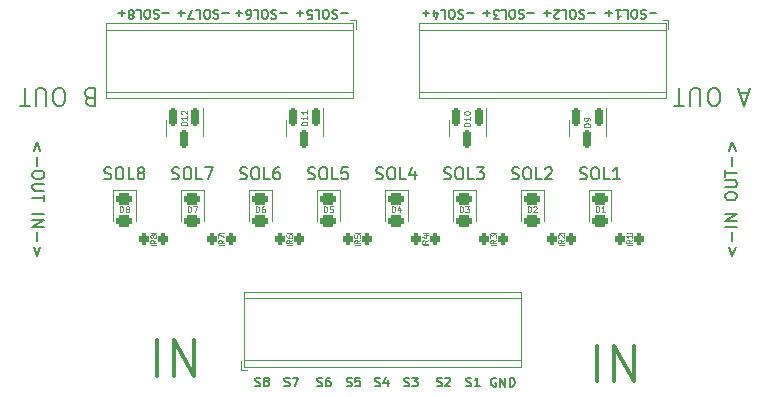
<source format=gto>
G04 #@! TF.GenerationSoftware,KiCad,Pcbnew,(6.0.7)*
G04 #@! TF.CreationDate,2023-06-30T10:05:50-07:00*
G04 #@! TF.ProjectId,Solenoid Board Ground Systems,536f6c65-6e6f-4696-9420-426f61726420,rev?*
G04 #@! TF.SameCoordinates,Original*
G04 #@! TF.FileFunction,Legend,Top*
G04 #@! TF.FilePolarity,Positive*
%FSLAX46Y46*%
G04 Gerber Fmt 4.6, Leading zero omitted, Abs format (unit mm)*
G04 Created by KiCad (PCBNEW (6.0.7)) date 2023-06-30 10:05:50*
%MOMM*%
%LPD*%
G01*
G04 APERTURE LIST*
G04 Aperture macros list*
%AMRoundRect*
0 Rectangle with rounded corners*
0 $1 Rounding radius*
0 $2 $3 $4 $5 $6 $7 $8 $9 X,Y pos of 4 corners*
0 Add a 4 corners polygon primitive as box body*
4,1,4,$2,$3,$4,$5,$6,$7,$8,$9,$2,$3,0*
0 Add four circle primitives for the rounded corners*
1,1,$1+$1,$2,$3*
1,1,$1+$1,$4,$5*
1,1,$1+$1,$6,$7*
1,1,$1+$1,$8,$9*
0 Add four rect primitives between the rounded corners*
20,1,$1+$1,$2,$3,$4,$5,0*
20,1,$1+$1,$4,$5,$6,$7,0*
20,1,$1+$1,$6,$7,$8,$9,0*
20,1,$1+$1,$8,$9,$2,$3,0*%
G04 Aperture macros list end*
%ADD10C,0.150000*%
%ADD11C,0.200000*%
%ADD12C,0.300000*%
%ADD13C,0.100000*%
%ADD14C,0.120000*%
%ADD15RoundRect,0.243750X-0.456250X0.243750X-0.456250X-0.243750X0.456250X-0.243750X0.456250X0.243750X0*%
%ADD16RoundRect,0.200000X-0.200000X-0.275000X0.200000X-0.275000X0.200000X0.275000X-0.200000X0.275000X0*%
%ADD17R,2.200000X2.200000*%
%ADD18C,2.200000*%
%ADD19C,5.600000*%
%ADD20C,3.600000*%
%ADD21RoundRect,0.150000X-0.150000X0.587500X-0.150000X-0.587500X0.150000X-0.587500X0.150000X0.587500X0*%
G04 APERTURE END LIST*
D10*
X48688571Y-58028571D02*
X48795714Y-58064285D01*
X48974285Y-58064285D01*
X49045714Y-58028571D01*
X49081428Y-57992857D01*
X49117142Y-57921428D01*
X49117142Y-57850000D01*
X49081428Y-57778571D01*
X49045714Y-57742857D01*
X48974285Y-57707142D01*
X48831428Y-57671428D01*
X48760000Y-57635714D01*
X48724285Y-57600000D01*
X48688571Y-57528571D01*
X48688571Y-57457142D01*
X48724285Y-57385714D01*
X48760000Y-57350000D01*
X48831428Y-57314285D01*
X49010000Y-57314285D01*
X49117142Y-57350000D01*
X49367142Y-57314285D02*
X49867142Y-57314285D01*
X49545714Y-58064285D01*
X86323714Y-46247619D02*
X86609428Y-47009523D01*
X86895142Y-46247619D01*
X86609428Y-45771428D02*
X86609428Y-45009523D01*
X86990380Y-44533333D02*
X85990380Y-44533333D01*
X86990380Y-44057142D02*
X85990380Y-44057142D01*
X86990380Y-43485714D01*
X85990380Y-43485714D01*
X85990380Y-42057142D02*
X85990380Y-41866666D01*
X86038000Y-41771428D01*
X86133238Y-41676190D01*
X86323714Y-41628571D01*
X86657047Y-41628571D01*
X86847523Y-41676190D01*
X86942761Y-41771428D01*
X86990380Y-41866666D01*
X86990380Y-42057142D01*
X86942761Y-42152380D01*
X86847523Y-42247619D01*
X86657047Y-42295238D01*
X86323714Y-42295238D01*
X86133238Y-42247619D01*
X86038000Y-42152380D01*
X85990380Y-42057142D01*
X85990380Y-41200000D02*
X86799904Y-41200000D01*
X86895142Y-41152380D01*
X86942761Y-41104761D01*
X86990380Y-41009523D01*
X86990380Y-40819047D01*
X86942761Y-40723809D01*
X86895142Y-40676190D01*
X86799904Y-40628571D01*
X85990380Y-40628571D01*
X85990380Y-40295238D02*
X85990380Y-39723809D01*
X86990380Y-40009523D02*
X85990380Y-40009523D01*
X86609428Y-39390476D02*
X86609428Y-38628571D01*
X86323714Y-38152380D02*
X86609428Y-37390476D01*
X86895142Y-38152380D01*
X67955949Y-40479761D02*
X68098806Y-40527380D01*
X68336902Y-40527380D01*
X68432140Y-40479761D01*
X68479759Y-40432142D01*
X68527378Y-40336904D01*
X68527378Y-40241666D01*
X68479759Y-40146428D01*
X68432140Y-40098809D01*
X68336902Y-40051190D01*
X68146426Y-40003571D01*
X68051187Y-39955952D01*
X68003568Y-39908333D01*
X67955949Y-39813095D01*
X67955949Y-39717857D01*
X68003568Y-39622619D01*
X68051187Y-39575000D01*
X68146426Y-39527380D01*
X68384521Y-39527380D01*
X68527378Y-39575000D01*
X69146426Y-39527380D02*
X69336902Y-39527380D01*
X69432140Y-39575000D01*
X69527378Y-39670238D01*
X69574997Y-39860714D01*
X69574997Y-40194047D01*
X69527378Y-40384523D01*
X69432140Y-40479761D01*
X69336902Y-40527380D01*
X69146426Y-40527380D01*
X69051187Y-40479761D01*
X68955949Y-40384523D01*
X68908330Y-40194047D01*
X68908330Y-39860714D01*
X68955949Y-39670238D01*
X69051187Y-39575000D01*
X69146426Y-39527380D01*
X70479759Y-40527380D02*
X70003568Y-40527380D01*
X70003568Y-39527380D01*
X70765473Y-39622619D02*
X70813092Y-39575000D01*
X70908330Y-39527380D01*
X71146426Y-39527380D01*
X71241664Y-39575000D01*
X71289283Y-39622619D01*
X71336902Y-39717857D01*
X71336902Y-39813095D01*
X71289283Y-39955952D01*
X70717854Y-40527380D01*
X71336902Y-40527380D01*
X50695236Y-40479761D02*
X50838093Y-40527380D01*
X51076189Y-40527380D01*
X51171427Y-40479761D01*
X51219046Y-40432142D01*
X51266665Y-40336904D01*
X51266665Y-40241666D01*
X51219046Y-40146428D01*
X51171427Y-40098809D01*
X51076189Y-40051190D01*
X50885713Y-40003571D01*
X50790474Y-39955952D01*
X50742855Y-39908333D01*
X50695236Y-39813095D01*
X50695236Y-39717857D01*
X50742855Y-39622619D01*
X50790474Y-39575000D01*
X50885713Y-39527380D01*
X51123808Y-39527380D01*
X51266665Y-39575000D01*
X51885713Y-39527380D02*
X52076189Y-39527380D01*
X52171427Y-39575000D01*
X52266665Y-39670238D01*
X52314284Y-39860714D01*
X52314284Y-40194047D01*
X52266665Y-40384523D01*
X52171427Y-40479761D01*
X52076189Y-40527380D01*
X51885713Y-40527380D01*
X51790474Y-40479761D01*
X51695236Y-40384523D01*
X51647617Y-40194047D01*
X51647617Y-39860714D01*
X51695236Y-39670238D01*
X51790474Y-39575000D01*
X51885713Y-39527380D01*
X53219046Y-40527380D02*
X52742855Y-40527380D01*
X52742855Y-39527380D01*
X54028570Y-39527380D02*
X53552379Y-39527380D01*
X53504760Y-40003571D01*
X53552379Y-39955952D01*
X53647617Y-39908333D01*
X53885713Y-39908333D01*
X53980951Y-39955952D01*
X54028570Y-40003571D01*
X54076189Y-40098809D01*
X54076189Y-40336904D01*
X54028570Y-40432142D01*
X53980951Y-40479761D01*
X53885713Y-40527380D01*
X53647617Y-40527380D01*
X53552379Y-40479761D01*
X53504760Y-40432142D01*
X73709523Y-40479761D02*
X73852380Y-40527380D01*
X74090476Y-40527380D01*
X74185714Y-40479761D01*
X74233333Y-40432142D01*
X74280952Y-40336904D01*
X74280952Y-40241666D01*
X74233333Y-40146428D01*
X74185714Y-40098809D01*
X74090476Y-40051190D01*
X73900000Y-40003571D01*
X73804761Y-39955952D01*
X73757142Y-39908333D01*
X73709523Y-39813095D01*
X73709523Y-39717857D01*
X73757142Y-39622619D01*
X73804761Y-39575000D01*
X73900000Y-39527380D01*
X74138095Y-39527380D01*
X74280952Y-39575000D01*
X74900000Y-39527380D02*
X75090476Y-39527380D01*
X75185714Y-39575000D01*
X75280952Y-39670238D01*
X75328571Y-39860714D01*
X75328571Y-40194047D01*
X75280952Y-40384523D01*
X75185714Y-40479761D01*
X75090476Y-40527380D01*
X74900000Y-40527380D01*
X74804761Y-40479761D01*
X74709523Y-40384523D01*
X74661904Y-40194047D01*
X74661904Y-39860714D01*
X74709523Y-39670238D01*
X74804761Y-39575000D01*
X74900000Y-39527380D01*
X76233333Y-40527380D02*
X75757142Y-40527380D01*
X75757142Y-39527380D01*
X77090476Y-40527380D02*
X76519047Y-40527380D01*
X76804761Y-40527380D02*
X76804761Y-39527380D01*
X76709523Y-39670238D01*
X76614285Y-39765476D01*
X76519047Y-39813095D01*
X46208571Y-58028571D02*
X46315714Y-58064285D01*
X46494285Y-58064285D01*
X46565714Y-58028571D01*
X46601428Y-57992857D01*
X46637142Y-57921428D01*
X46637142Y-57850000D01*
X46601428Y-57778571D01*
X46565714Y-57742857D01*
X46494285Y-57707142D01*
X46351428Y-57671428D01*
X46280000Y-57635714D01*
X46244285Y-57600000D01*
X46208571Y-57528571D01*
X46208571Y-57457142D01*
X46244285Y-57385714D01*
X46280000Y-57350000D01*
X46351428Y-57314285D01*
X46530000Y-57314285D01*
X46637142Y-57350000D01*
X47065714Y-57635714D02*
X46994285Y-57600000D01*
X46958571Y-57564285D01*
X46922857Y-57492857D01*
X46922857Y-57457142D01*
X46958571Y-57385714D01*
X46994285Y-57350000D01*
X47065714Y-57314285D01*
X47208571Y-57314285D01*
X47280000Y-57350000D01*
X47315714Y-57385714D01*
X47351428Y-57457142D01*
X47351428Y-57492857D01*
X47315714Y-57564285D01*
X47280000Y-57600000D01*
X47208571Y-57635714D01*
X47065714Y-57635714D01*
X46994285Y-57671428D01*
X46958571Y-57707142D01*
X46922857Y-57778571D01*
X46922857Y-57921428D01*
X46958571Y-57992857D01*
X46994285Y-58028571D01*
X47065714Y-58064285D01*
X47208571Y-58064285D01*
X47280000Y-58028571D01*
X47315714Y-57992857D01*
X47351428Y-57921428D01*
X47351428Y-57778571D01*
X47315714Y-57707142D01*
X47280000Y-57671428D01*
X47208571Y-57635714D01*
X48880714Y-26452828D02*
X48309285Y-26452828D01*
X47987857Y-26202828D02*
X47880714Y-26167114D01*
X47702142Y-26167114D01*
X47630714Y-26202828D01*
X47595000Y-26238542D01*
X47559285Y-26309971D01*
X47559285Y-26381400D01*
X47595000Y-26452828D01*
X47630714Y-26488542D01*
X47702142Y-26524257D01*
X47845000Y-26559971D01*
X47916428Y-26595685D01*
X47952142Y-26631400D01*
X47987857Y-26702828D01*
X47987857Y-26774257D01*
X47952142Y-26845685D01*
X47916428Y-26881400D01*
X47845000Y-26917114D01*
X47666428Y-26917114D01*
X47559285Y-26881400D01*
X47095000Y-26917114D02*
X46952142Y-26917114D01*
X46880714Y-26881400D01*
X46809285Y-26809971D01*
X46773571Y-26667114D01*
X46773571Y-26417114D01*
X46809285Y-26274257D01*
X46880714Y-26202828D01*
X46952142Y-26167114D01*
X47095000Y-26167114D01*
X47166428Y-26202828D01*
X47237857Y-26274257D01*
X47273571Y-26417114D01*
X47273571Y-26667114D01*
X47237857Y-26809971D01*
X47166428Y-26881400D01*
X47095000Y-26917114D01*
X46095000Y-26167114D02*
X46452142Y-26167114D01*
X46452142Y-26917114D01*
X45523571Y-26917114D02*
X45666428Y-26917114D01*
X45737857Y-26881400D01*
X45773571Y-26845685D01*
X45845000Y-26738542D01*
X45880714Y-26595685D01*
X45880714Y-26309971D01*
X45845000Y-26238542D01*
X45809285Y-26202828D01*
X45737857Y-26167114D01*
X45595000Y-26167114D01*
X45523571Y-26202828D01*
X45487857Y-26238542D01*
X45452142Y-26309971D01*
X45452142Y-26488542D01*
X45487857Y-26559971D01*
X45523571Y-26595685D01*
X45595000Y-26631400D01*
X45737857Y-26631400D01*
X45809285Y-26595685D01*
X45845000Y-26559971D01*
X45880714Y-26488542D01*
X45130714Y-26452828D02*
X44559285Y-26452828D01*
X44845000Y-26167114D02*
X44845000Y-26738542D01*
X66598571Y-57370000D02*
X66527142Y-57334285D01*
X66420000Y-57334285D01*
X66312857Y-57370000D01*
X66241428Y-57441428D01*
X66205714Y-57512857D01*
X66170000Y-57655714D01*
X66170000Y-57762857D01*
X66205714Y-57905714D01*
X66241428Y-57977142D01*
X66312857Y-58048571D01*
X66420000Y-58084285D01*
X66491428Y-58084285D01*
X66598571Y-58048571D01*
X66634285Y-58012857D01*
X66634285Y-57762857D01*
X66491428Y-57762857D01*
X66955714Y-58084285D02*
X66955714Y-57334285D01*
X67384285Y-58084285D01*
X67384285Y-57334285D01*
X67741428Y-58084285D02*
X67741428Y-57334285D01*
X67920000Y-57334285D01*
X68027142Y-57370000D01*
X68098571Y-57441428D01*
X68134285Y-57512857D01*
X68170000Y-57655714D01*
X68170000Y-57762857D01*
X68134285Y-57905714D01*
X68098571Y-57977142D01*
X68027142Y-58048571D01*
X67920000Y-58084285D01*
X67741428Y-58084285D01*
X56348571Y-58028571D02*
X56455714Y-58064285D01*
X56634285Y-58064285D01*
X56705714Y-58028571D01*
X56741428Y-57992857D01*
X56777142Y-57921428D01*
X56777142Y-57850000D01*
X56741428Y-57778571D01*
X56705714Y-57742857D01*
X56634285Y-57707142D01*
X56491428Y-57671428D01*
X56420000Y-57635714D01*
X56384285Y-57600000D01*
X56348571Y-57528571D01*
X56348571Y-57457142D01*
X56384285Y-57385714D01*
X56420000Y-57350000D01*
X56491428Y-57314285D01*
X56670000Y-57314285D01*
X56777142Y-57350000D01*
X57420000Y-57564285D02*
X57420000Y-58064285D01*
X57241428Y-57278571D02*
X57062857Y-57814285D01*
X57527142Y-57814285D01*
X53938571Y-58028571D02*
X54045714Y-58064285D01*
X54224285Y-58064285D01*
X54295714Y-58028571D01*
X54331428Y-57992857D01*
X54367142Y-57921428D01*
X54367142Y-57850000D01*
X54331428Y-57778571D01*
X54295714Y-57742857D01*
X54224285Y-57707142D01*
X54081428Y-57671428D01*
X54010000Y-57635714D01*
X53974285Y-57600000D01*
X53938571Y-57528571D01*
X53938571Y-57457142D01*
X53974285Y-57385714D01*
X54010000Y-57350000D01*
X54081428Y-57314285D01*
X54260000Y-57314285D01*
X54367142Y-57350000D01*
X55045714Y-57314285D02*
X54688571Y-57314285D01*
X54652857Y-57671428D01*
X54688571Y-57635714D01*
X54760000Y-57600000D01*
X54938571Y-57600000D01*
X55010000Y-57635714D01*
X55045714Y-57671428D01*
X55081428Y-57742857D01*
X55081428Y-57921428D01*
X55045714Y-57992857D01*
X55010000Y-58028571D01*
X54938571Y-58064285D01*
X54760000Y-58064285D01*
X54688571Y-58028571D01*
X54652857Y-57992857D01*
X43990714Y-26452828D02*
X43419285Y-26452828D01*
X43097857Y-26202828D02*
X42990714Y-26167114D01*
X42812142Y-26167114D01*
X42740714Y-26202828D01*
X42705000Y-26238542D01*
X42669285Y-26309971D01*
X42669285Y-26381400D01*
X42705000Y-26452828D01*
X42740714Y-26488542D01*
X42812142Y-26524257D01*
X42955000Y-26559971D01*
X43026428Y-26595685D01*
X43062142Y-26631400D01*
X43097857Y-26702828D01*
X43097857Y-26774257D01*
X43062142Y-26845685D01*
X43026428Y-26881400D01*
X42955000Y-26917114D01*
X42776428Y-26917114D01*
X42669285Y-26881400D01*
X42205000Y-26917114D02*
X42062142Y-26917114D01*
X41990714Y-26881400D01*
X41919285Y-26809971D01*
X41883571Y-26667114D01*
X41883571Y-26417114D01*
X41919285Y-26274257D01*
X41990714Y-26202828D01*
X42062142Y-26167114D01*
X42205000Y-26167114D01*
X42276428Y-26202828D01*
X42347857Y-26274257D01*
X42383571Y-26417114D01*
X42383571Y-26667114D01*
X42347857Y-26809971D01*
X42276428Y-26881400D01*
X42205000Y-26917114D01*
X41205000Y-26167114D02*
X41562142Y-26167114D01*
X41562142Y-26917114D01*
X41026428Y-26917114D02*
X40526428Y-26917114D01*
X40847857Y-26167114D01*
X40240714Y-26452828D02*
X39669285Y-26452828D01*
X39955000Y-26167114D02*
X39955000Y-26738542D01*
X80171114Y-26452828D02*
X79599685Y-26452828D01*
X79278257Y-26202828D02*
X79171114Y-26167114D01*
X78992542Y-26167114D01*
X78921114Y-26202828D01*
X78885400Y-26238542D01*
X78849685Y-26309971D01*
X78849685Y-26381400D01*
X78885400Y-26452828D01*
X78921114Y-26488542D01*
X78992542Y-26524257D01*
X79135400Y-26559971D01*
X79206828Y-26595685D01*
X79242542Y-26631400D01*
X79278257Y-26702828D01*
X79278257Y-26774257D01*
X79242542Y-26845685D01*
X79206828Y-26881400D01*
X79135400Y-26917114D01*
X78956828Y-26917114D01*
X78849685Y-26881400D01*
X78385400Y-26917114D02*
X78242542Y-26917114D01*
X78171114Y-26881400D01*
X78099685Y-26809971D01*
X78063971Y-26667114D01*
X78063971Y-26417114D01*
X78099685Y-26274257D01*
X78171114Y-26202828D01*
X78242542Y-26167114D01*
X78385400Y-26167114D01*
X78456828Y-26202828D01*
X78528257Y-26274257D01*
X78563971Y-26417114D01*
X78563971Y-26667114D01*
X78528257Y-26809971D01*
X78456828Y-26881400D01*
X78385400Y-26917114D01*
X77385400Y-26167114D02*
X77742542Y-26167114D01*
X77742542Y-26917114D01*
X76742542Y-26167114D02*
X77171114Y-26167114D01*
X76956828Y-26167114D02*
X76956828Y-26917114D01*
X77028257Y-26809971D01*
X77099685Y-26738542D01*
X77171114Y-26702828D01*
X76421114Y-26452828D02*
X75849685Y-26452828D01*
X76135400Y-26167114D02*
X76135400Y-26738542D01*
X28014285Y-38152380D02*
X27728571Y-37390476D01*
X27442857Y-38152380D01*
X27728571Y-38628571D02*
X27728571Y-39390476D01*
X28347619Y-40057142D02*
X28347619Y-40247619D01*
X28300000Y-40342857D01*
X28204761Y-40438095D01*
X28014285Y-40485714D01*
X27680952Y-40485714D01*
X27490476Y-40438095D01*
X27395238Y-40342857D01*
X27347619Y-40247619D01*
X27347619Y-40057142D01*
X27395238Y-39961904D01*
X27490476Y-39866666D01*
X27680952Y-39819047D01*
X28014285Y-39819047D01*
X28204761Y-39866666D01*
X28300000Y-39961904D01*
X28347619Y-40057142D01*
X28347619Y-40914285D02*
X27538095Y-40914285D01*
X27442857Y-40961904D01*
X27395238Y-41009523D01*
X27347619Y-41104761D01*
X27347619Y-41295238D01*
X27395238Y-41390476D01*
X27442857Y-41438095D01*
X27538095Y-41485714D01*
X28347619Y-41485714D01*
X28347619Y-41819047D02*
X28347619Y-42390476D01*
X27347619Y-42104761D02*
X28347619Y-42104761D01*
X27347619Y-43485714D02*
X28347619Y-43485714D01*
X27347619Y-43961904D02*
X28347619Y-43961904D01*
X27347619Y-44533333D01*
X28347619Y-44533333D01*
X27728571Y-45009523D02*
X27728571Y-45771428D01*
X28014285Y-46247619D02*
X27728571Y-47009523D01*
X27442857Y-46247619D01*
X58828571Y-58028571D02*
X58935714Y-58064285D01*
X59114285Y-58064285D01*
X59185714Y-58028571D01*
X59221428Y-57992857D01*
X59257142Y-57921428D01*
X59257142Y-57850000D01*
X59221428Y-57778571D01*
X59185714Y-57742857D01*
X59114285Y-57707142D01*
X58971428Y-57671428D01*
X58900000Y-57635714D01*
X58864285Y-57600000D01*
X58828571Y-57528571D01*
X58828571Y-57457142D01*
X58864285Y-57385714D01*
X58900000Y-57350000D01*
X58971428Y-57314285D01*
X59150000Y-57314285D01*
X59257142Y-57350000D01*
X59507142Y-57314285D02*
X59971428Y-57314285D01*
X59721428Y-57600000D01*
X59828571Y-57600000D01*
X59900000Y-57635714D01*
X59935714Y-57671428D01*
X59971428Y-57742857D01*
X59971428Y-57921428D01*
X59935714Y-57992857D01*
X59900000Y-58028571D01*
X59828571Y-58064285D01*
X59614285Y-58064285D01*
X59542857Y-58028571D01*
X59507142Y-57992857D01*
D11*
X32182142Y-33607142D02*
X31967857Y-33535714D01*
X31896428Y-33464285D01*
X31825000Y-33321428D01*
X31825000Y-33107142D01*
X31896428Y-32964285D01*
X31967857Y-32892857D01*
X32110714Y-32821428D01*
X32682142Y-32821428D01*
X32682142Y-34321428D01*
X32182142Y-34321428D01*
X32039285Y-34250000D01*
X31967857Y-34178571D01*
X31896428Y-34035714D01*
X31896428Y-33892857D01*
X31967857Y-33750000D01*
X32039285Y-33678571D01*
X32182142Y-33607142D01*
X32682142Y-33607142D01*
X29753571Y-34321428D02*
X29467857Y-34321428D01*
X29325000Y-34250000D01*
X29182142Y-34107142D01*
X29110714Y-33821428D01*
X29110714Y-33321428D01*
X29182142Y-33035714D01*
X29325000Y-32892857D01*
X29467857Y-32821428D01*
X29753571Y-32821428D01*
X29896428Y-32892857D01*
X30039285Y-33035714D01*
X30110714Y-33321428D01*
X30110714Y-33821428D01*
X30039285Y-34107142D01*
X29896428Y-34250000D01*
X29753571Y-34321428D01*
X28467857Y-34321428D02*
X28467857Y-33107142D01*
X28396428Y-32964285D01*
X28325000Y-32892857D01*
X28182142Y-32821428D01*
X27896428Y-32821428D01*
X27753571Y-32892857D01*
X27682142Y-32964285D01*
X27610714Y-33107142D01*
X27610714Y-34321428D01*
X27110714Y-34321428D02*
X26253571Y-34321428D01*
X26682142Y-32821428D02*
X26682142Y-34321428D01*
D10*
X33434523Y-40479761D02*
X33577380Y-40527380D01*
X33815476Y-40527380D01*
X33910714Y-40479761D01*
X33958333Y-40432142D01*
X34005952Y-40336904D01*
X34005952Y-40241666D01*
X33958333Y-40146428D01*
X33910714Y-40098809D01*
X33815476Y-40051190D01*
X33625000Y-40003571D01*
X33529761Y-39955952D01*
X33482142Y-39908333D01*
X33434523Y-39813095D01*
X33434523Y-39717857D01*
X33482142Y-39622619D01*
X33529761Y-39575000D01*
X33625000Y-39527380D01*
X33863095Y-39527380D01*
X34005952Y-39575000D01*
X34625000Y-39527380D02*
X34815476Y-39527380D01*
X34910714Y-39575000D01*
X35005952Y-39670238D01*
X35053571Y-39860714D01*
X35053571Y-40194047D01*
X35005952Y-40384523D01*
X34910714Y-40479761D01*
X34815476Y-40527380D01*
X34625000Y-40527380D01*
X34529761Y-40479761D01*
X34434523Y-40384523D01*
X34386904Y-40194047D01*
X34386904Y-39860714D01*
X34434523Y-39670238D01*
X34529761Y-39575000D01*
X34625000Y-39527380D01*
X35958333Y-40527380D02*
X35482142Y-40527380D01*
X35482142Y-39527380D01*
X36434523Y-39955952D02*
X36339285Y-39908333D01*
X36291666Y-39860714D01*
X36244047Y-39765476D01*
X36244047Y-39717857D01*
X36291666Y-39622619D01*
X36339285Y-39575000D01*
X36434523Y-39527380D01*
X36625000Y-39527380D01*
X36720238Y-39575000D01*
X36767857Y-39622619D01*
X36815476Y-39717857D01*
X36815476Y-39765476D01*
X36767857Y-39860714D01*
X36720238Y-39908333D01*
X36625000Y-39955952D01*
X36434523Y-39955952D01*
X36339285Y-40003571D01*
X36291666Y-40051190D01*
X36244047Y-40146428D01*
X36244047Y-40336904D01*
X36291666Y-40432142D01*
X36339285Y-40479761D01*
X36434523Y-40527380D01*
X36625000Y-40527380D01*
X36720238Y-40479761D01*
X36767857Y-40432142D01*
X36815476Y-40336904D01*
X36815476Y-40146428D01*
X36767857Y-40051190D01*
X36720238Y-40003571D01*
X36625000Y-39955952D01*
X38930714Y-26452828D02*
X38359285Y-26452828D01*
X38037857Y-26202828D02*
X37930714Y-26167114D01*
X37752142Y-26167114D01*
X37680714Y-26202828D01*
X37645000Y-26238542D01*
X37609285Y-26309971D01*
X37609285Y-26381400D01*
X37645000Y-26452828D01*
X37680714Y-26488542D01*
X37752142Y-26524257D01*
X37895000Y-26559971D01*
X37966428Y-26595685D01*
X38002142Y-26631400D01*
X38037857Y-26702828D01*
X38037857Y-26774257D01*
X38002142Y-26845685D01*
X37966428Y-26881400D01*
X37895000Y-26917114D01*
X37716428Y-26917114D01*
X37609285Y-26881400D01*
X37145000Y-26917114D02*
X37002142Y-26917114D01*
X36930714Y-26881400D01*
X36859285Y-26809971D01*
X36823571Y-26667114D01*
X36823571Y-26417114D01*
X36859285Y-26274257D01*
X36930714Y-26202828D01*
X37002142Y-26167114D01*
X37145000Y-26167114D01*
X37216428Y-26202828D01*
X37287857Y-26274257D01*
X37323571Y-26417114D01*
X37323571Y-26667114D01*
X37287857Y-26809971D01*
X37216428Y-26881400D01*
X37145000Y-26917114D01*
X36145000Y-26167114D02*
X36502142Y-26167114D01*
X36502142Y-26917114D01*
X35787857Y-26595685D02*
X35859285Y-26631400D01*
X35895000Y-26667114D01*
X35930714Y-26738542D01*
X35930714Y-26774257D01*
X35895000Y-26845685D01*
X35859285Y-26881400D01*
X35787857Y-26917114D01*
X35645000Y-26917114D01*
X35573571Y-26881400D01*
X35537857Y-26845685D01*
X35502142Y-26774257D01*
X35502142Y-26738542D01*
X35537857Y-26667114D01*
X35573571Y-26631400D01*
X35645000Y-26595685D01*
X35787857Y-26595685D01*
X35859285Y-26559971D01*
X35895000Y-26524257D01*
X35930714Y-26452828D01*
X35930714Y-26309971D01*
X35895000Y-26238542D01*
X35859285Y-26202828D01*
X35787857Y-26167114D01*
X35645000Y-26167114D01*
X35573571Y-26202828D01*
X35537857Y-26238542D01*
X35502142Y-26309971D01*
X35502142Y-26452828D01*
X35537857Y-26524257D01*
X35573571Y-26559971D01*
X35645000Y-26595685D01*
X35180714Y-26452828D02*
X34609285Y-26452828D01*
X34895000Y-26167114D02*
X34895000Y-26738542D01*
X39188094Y-40479761D02*
X39330951Y-40527380D01*
X39569047Y-40527380D01*
X39664285Y-40479761D01*
X39711904Y-40432142D01*
X39759523Y-40336904D01*
X39759523Y-40241666D01*
X39711904Y-40146428D01*
X39664285Y-40098809D01*
X39569047Y-40051190D01*
X39378571Y-40003571D01*
X39283332Y-39955952D01*
X39235713Y-39908333D01*
X39188094Y-39813095D01*
X39188094Y-39717857D01*
X39235713Y-39622619D01*
X39283332Y-39575000D01*
X39378571Y-39527380D01*
X39616666Y-39527380D01*
X39759523Y-39575000D01*
X40378571Y-39527380D02*
X40569047Y-39527380D01*
X40664285Y-39575000D01*
X40759523Y-39670238D01*
X40807142Y-39860714D01*
X40807142Y-40194047D01*
X40759523Y-40384523D01*
X40664285Y-40479761D01*
X40569047Y-40527380D01*
X40378571Y-40527380D01*
X40283332Y-40479761D01*
X40188094Y-40384523D01*
X40140475Y-40194047D01*
X40140475Y-39860714D01*
X40188094Y-39670238D01*
X40283332Y-39575000D01*
X40378571Y-39527380D01*
X41711904Y-40527380D02*
X41235713Y-40527380D01*
X41235713Y-39527380D01*
X41949999Y-39527380D02*
X42616666Y-39527380D01*
X42188094Y-40527380D01*
X61598571Y-58028571D02*
X61705714Y-58064285D01*
X61884285Y-58064285D01*
X61955714Y-58028571D01*
X61991428Y-57992857D01*
X62027142Y-57921428D01*
X62027142Y-57850000D01*
X61991428Y-57778571D01*
X61955714Y-57742857D01*
X61884285Y-57707142D01*
X61741428Y-57671428D01*
X61670000Y-57635714D01*
X61634285Y-57600000D01*
X61598571Y-57528571D01*
X61598571Y-57457142D01*
X61634285Y-57385714D01*
X61670000Y-57350000D01*
X61741428Y-57314285D01*
X61920000Y-57314285D01*
X62027142Y-57350000D01*
X62312857Y-57385714D02*
X62348571Y-57350000D01*
X62420000Y-57314285D01*
X62598571Y-57314285D01*
X62670000Y-57350000D01*
X62705714Y-57385714D01*
X62741428Y-57457142D01*
X62741428Y-57528571D01*
X62705714Y-57635714D01*
X62277142Y-58064285D01*
X62741428Y-58064285D01*
D12*
X75153571Y-57632142D02*
X75153571Y-54632142D01*
X76582142Y-57632142D02*
X76582142Y-54632142D01*
X78296428Y-57632142D01*
X78296428Y-54632142D01*
D10*
X51458571Y-58028571D02*
X51565714Y-58064285D01*
X51744285Y-58064285D01*
X51815714Y-58028571D01*
X51851428Y-57992857D01*
X51887142Y-57921428D01*
X51887142Y-57850000D01*
X51851428Y-57778571D01*
X51815714Y-57742857D01*
X51744285Y-57707142D01*
X51601428Y-57671428D01*
X51530000Y-57635714D01*
X51494285Y-57600000D01*
X51458571Y-57528571D01*
X51458571Y-57457142D01*
X51494285Y-57385714D01*
X51530000Y-57350000D01*
X51601428Y-57314285D01*
X51780000Y-57314285D01*
X51887142Y-57350000D01*
X52530000Y-57314285D02*
X52387142Y-57314285D01*
X52315714Y-57350000D01*
X52280000Y-57385714D01*
X52208571Y-57492857D01*
X52172857Y-57635714D01*
X52172857Y-57921428D01*
X52208571Y-57992857D01*
X52244285Y-58028571D01*
X52315714Y-58064285D01*
X52458571Y-58064285D01*
X52530000Y-58028571D01*
X52565714Y-57992857D01*
X52601428Y-57921428D01*
X52601428Y-57742857D01*
X52565714Y-57671428D01*
X52530000Y-57635714D01*
X52458571Y-57600000D01*
X52315714Y-57600000D01*
X52244285Y-57635714D01*
X52208571Y-57671428D01*
X52172857Y-57742857D01*
X62202378Y-40479761D02*
X62345235Y-40527380D01*
X62583331Y-40527380D01*
X62678569Y-40479761D01*
X62726188Y-40432142D01*
X62773807Y-40336904D01*
X62773807Y-40241666D01*
X62726188Y-40146428D01*
X62678569Y-40098809D01*
X62583331Y-40051190D01*
X62392855Y-40003571D01*
X62297616Y-39955952D01*
X62249997Y-39908333D01*
X62202378Y-39813095D01*
X62202378Y-39717857D01*
X62249997Y-39622619D01*
X62297616Y-39575000D01*
X62392855Y-39527380D01*
X62630950Y-39527380D01*
X62773807Y-39575000D01*
X63392855Y-39527380D02*
X63583331Y-39527380D01*
X63678569Y-39575000D01*
X63773807Y-39670238D01*
X63821426Y-39860714D01*
X63821426Y-40194047D01*
X63773807Y-40384523D01*
X63678569Y-40479761D01*
X63583331Y-40527380D01*
X63392855Y-40527380D01*
X63297616Y-40479761D01*
X63202378Y-40384523D01*
X63154759Y-40194047D01*
X63154759Y-39860714D01*
X63202378Y-39670238D01*
X63297616Y-39575000D01*
X63392855Y-39527380D01*
X64726188Y-40527380D02*
X64249997Y-40527380D01*
X64249997Y-39527380D01*
X64964283Y-39527380D02*
X65583331Y-39527380D01*
X65249997Y-39908333D01*
X65392855Y-39908333D01*
X65488093Y-39955952D01*
X65535712Y-40003571D01*
X65583331Y-40098809D01*
X65583331Y-40336904D01*
X65535712Y-40432142D01*
X65488093Y-40479761D01*
X65392855Y-40527380D01*
X65107140Y-40527380D01*
X65011902Y-40479761D01*
X64964283Y-40432142D01*
X74961114Y-26452828D02*
X74389685Y-26452828D01*
X74068257Y-26202828D02*
X73961114Y-26167114D01*
X73782542Y-26167114D01*
X73711114Y-26202828D01*
X73675400Y-26238542D01*
X73639685Y-26309971D01*
X73639685Y-26381400D01*
X73675400Y-26452828D01*
X73711114Y-26488542D01*
X73782542Y-26524257D01*
X73925400Y-26559971D01*
X73996828Y-26595685D01*
X74032542Y-26631400D01*
X74068257Y-26702828D01*
X74068257Y-26774257D01*
X74032542Y-26845685D01*
X73996828Y-26881400D01*
X73925400Y-26917114D01*
X73746828Y-26917114D01*
X73639685Y-26881400D01*
X73175400Y-26917114D02*
X73032542Y-26917114D01*
X72961114Y-26881400D01*
X72889685Y-26809971D01*
X72853971Y-26667114D01*
X72853971Y-26417114D01*
X72889685Y-26274257D01*
X72961114Y-26202828D01*
X73032542Y-26167114D01*
X73175400Y-26167114D01*
X73246828Y-26202828D01*
X73318257Y-26274257D01*
X73353971Y-26417114D01*
X73353971Y-26667114D01*
X73318257Y-26809971D01*
X73246828Y-26881400D01*
X73175400Y-26917114D01*
X72175400Y-26167114D02*
X72532542Y-26167114D01*
X72532542Y-26917114D01*
X71961114Y-26845685D02*
X71925400Y-26881400D01*
X71853971Y-26917114D01*
X71675400Y-26917114D01*
X71603971Y-26881400D01*
X71568257Y-26845685D01*
X71532542Y-26774257D01*
X71532542Y-26702828D01*
X71568257Y-26595685D01*
X71996828Y-26167114D01*
X71532542Y-26167114D01*
X71211114Y-26452828D02*
X70639685Y-26452828D01*
X70925400Y-26167114D02*
X70925400Y-26738542D01*
X64711114Y-26452828D02*
X64139685Y-26452828D01*
X63818257Y-26202828D02*
X63711114Y-26167114D01*
X63532542Y-26167114D01*
X63461114Y-26202828D01*
X63425400Y-26238542D01*
X63389685Y-26309971D01*
X63389685Y-26381400D01*
X63425400Y-26452828D01*
X63461114Y-26488542D01*
X63532542Y-26524257D01*
X63675400Y-26559971D01*
X63746828Y-26595685D01*
X63782542Y-26631400D01*
X63818257Y-26702828D01*
X63818257Y-26774257D01*
X63782542Y-26845685D01*
X63746828Y-26881400D01*
X63675400Y-26917114D01*
X63496828Y-26917114D01*
X63389685Y-26881400D01*
X62925400Y-26917114D02*
X62782542Y-26917114D01*
X62711114Y-26881400D01*
X62639685Y-26809971D01*
X62603971Y-26667114D01*
X62603971Y-26417114D01*
X62639685Y-26274257D01*
X62711114Y-26202828D01*
X62782542Y-26167114D01*
X62925400Y-26167114D01*
X62996828Y-26202828D01*
X63068257Y-26274257D01*
X63103971Y-26417114D01*
X63103971Y-26667114D01*
X63068257Y-26809971D01*
X62996828Y-26881400D01*
X62925400Y-26917114D01*
X61925400Y-26167114D02*
X62282542Y-26167114D01*
X62282542Y-26917114D01*
X61353971Y-26667114D02*
X61353971Y-26167114D01*
X61532542Y-26952828D02*
X61711114Y-26417114D01*
X61246828Y-26417114D01*
X60961114Y-26452828D02*
X60389685Y-26452828D01*
X60675400Y-26167114D02*
X60675400Y-26738542D01*
X44941665Y-40479761D02*
X45084522Y-40527380D01*
X45322618Y-40527380D01*
X45417856Y-40479761D01*
X45465475Y-40432142D01*
X45513094Y-40336904D01*
X45513094Y-40241666D01*
X45465475Y-40146428D01*
X45417856Y-40098809D01*
X45322618Y-40051190D01*
X45132142Y-40003571D01*
X45036903Y-39955952D01*
X44989284Y-39908333D01*
X44941665Y-39813095D01*
X44941665Y-39717857D01*
X44989284Y-39622619D01*
X45036903Y-39575000D01*
X45132142Y-39527380D01*
X45370237Y-39527380D01*
X45513094Y-39575000D01*
X46132142Y-39527380D02*
X46322618Y-39527380D01*
X46417856Y-39575000D01*
X46513094Y-39670238D01*
X46560713Y-39860714D01*
X46560713Y-40194047D01*
X46513094Y-40384523D01*
X46417856Y-40479761D01*
X46322618Y-40527380D01*
X46132142Y-40527380D01*
X46036903Y-40479761D01*
X45941665Y-40384523D01*
X45894046Y-40194047D01*
X45894046Y-39860714D01*
X45941665Y-39670238D01*
X46036903Y-39575000D01*
X46132142Y-39527380D01*
X47465475Y-40527380D02*
X46989284Y-40527380D01*
X46989284Y-39527380D01*
X48227380Y-39527380D02*
X48036903Y-39527380D01*
X47941665Y-39575000D01*
X47894046Y-39622619D01*
X47798808Y-39765476D01*
X47751189Y-39955952D01*
X47751189Y-40336904D01*
X47798808Y-40432142D01*
X47846427Y-40479761D01*
X47941665Y-40527380D01*
X48132142Y-40527380D01*
X48227380Y-40479761D01*
X48274999Y-40432142D01*
X48322618Y-40336904D01*
X48322618Y-40098809D01*
X48274999Y-40003571D01*
X48227380Y-39955952D01*
X48132142Y-39908333D01*
X47941665Y-39908333D01*
X47846427Y-39955952D01*
X47798808Y-40003571D01*
X47751189Y-40098809D01*
X56448807Y-40479761D02*
X56591664Y-40527380D01*
X56829760Y-40527380D01*
X56924998Y-40479761D01*
X56972617Y-40432142D01*
X57020236Y-40336904D01*
X57020236Y-40241666D01*
X56972617Y-40146428D01*
X56924998Y-40098809D01*
X56829760Y-40051190D01*
X56639284Y-40003571D01*
X56544045Y-39955952D01*
X56496426Y-39908333D01*
X56448807Y-39813095D01*
X56448807Y-39717857D01*
X56496426Y-39622619D01*
X56544045Y-39575000D01*
X56639284Y-39527380D01*
X56877379Y-39527380D01*
X57020236Y-39575000D01*
X57639284Y-39527380D02*
X57829760Y-39527380D01*
X57924998Y-39575000D01*
X58020236Y-39670238D01*
X58067855Y-39860714D01*
X58067855Y-40194047D01*
X58020236Y-40384523D01*
X57924998Y-40479761D01*
X57829760Y-40527380D01*
X57639284Y-40527380D01*
X57544045Y-40479761D01*
X57448807Y-40384523D01*
X57401188Y-40194047D01*
X57401188Y-39860714D01*
X57448807Y-39670238D01*
X57544045Y-39575000D01*
X57639284Y-39527380D01*
X58972617Y-40527380D02*
X58496426Y-40527380D01*
X58496426Y-39527380D01*
X59734522Y-39860714D02*
X59734522Y-40527380D01*
X59496426Y-39479761D02*
X59258331Y-40194047D01*
X59877379Y-40194047D01*
D12*
X37903571Y-57157142D02*
X37903571Y-54157142D01*
X39332142Y-57157142D02*
X39332142Y-54157142D01*
X41046428Y-57157142D01*
X41046428Y-54157142D01*
D10*
X54040714Y-26452828D02*
X53469285Y-26452828D01*
X53147857Y-26202828D02*
X53040714Y-26167114D01*
X52862142Y-26167114D01*
X52790714Y-26202828D01*
X52755000Y-26238542D01*
X52719285Y-26309971D01*
X52719285Y-26381400D01*
X52755000Y-26452828D01*
X52790714Y-26488542D01*
X52862142Y-26524257D01*
X53005000Y-26559971D01*
X53076428Y-26595685D01*
X53112142Y-26631400D01*
X53147857Y-26702828D01*
X53147857Y-26774257D01*
X53112142Y-26845685D01*
X53076428Y-26881400D01*
X53005000Y-26917114D01*
X52826428Y-26917114D01*
X52719285Y-26881400D01*
X52255000Y-26917114D02*
X52112142Y-26917114D01*
X52040714Y-26881400D01*
X51969285Y-26809971D01*
X51933571Y-26667114D01*
X51933571Y-26417114D01*
X51969285Y-26274257D01*
X52040714Y-26202828D01*
X52112142Y-26167114D01*
X52255000Y-26167114D01*
X52326428Y-26202828D01*
X52397857Y-26274257D01*
X52433571Y-26417114D01*
X52433571Y-26667114D01*
X52397857Y-26809971D01*
X52326428Y-26881400D01*
X52255000Y-26917114D01*
X51255000Y-26167114D02*
X51612142Y-26167114D01*
X51612142Y-26917114D01*
X50647857Y-26917114D02*
X51005000Y-26917114D01*
X51040714Y-26559971D01*
X51005000Y-26595685D01*
X50933571Y-26631400D01*
X50755000Y-26631400D01*
X50683571Y-26595685D01*
X50647857Y-26559971D01*
X50612142Y-26488542D01*
X50612142Y-26309971D01*
X50647857Y-26238542D01*
X50683571Y-26202828D01*
X50755000Y-26167114D01*
X50933571Y-26167114D01*
X51005000Y-26202828D01*
X51040714Y-26238542D01*
X50290714Y-26452828D02*
X49719285Y-26452828D01*
X50005000Y-26167114D02*
X50005000Y-26738542D01*
X64078571Y-58028571D02*
X64185714Y-58064285D01*
X64364285Y-58064285D01*
X64435714Y-58028571D01*
X64471428Y-57992857D01*
X64507142Y-57921428D01*
X64507142Y-57850000D01*
X64471428Y-57778571D01*
X64435714Y-57742857D01*
X64364285Y-57707142D01*
X64221428Y-57671428D01*
X64150000Y-57635714D01*
X64114285Y-57600000D01*
X64078571Y-57528571D01*
X64078571Y-57457142D01*
X64114285Y-57385714D01*
X64150000Y-57350000D01*
X64221428Y-57314285D01*
X64400000Y-57314285D01*
X64507142Y-57350000D01*
X65221428Y-58064285D02*
X64792857Y-58064285D01*
X65007142Y-58064285D02*
X65007142Y-57314285D01*
X64935714Y-57421428D01*
X64864285Y-57492857D01*
X64792857Y-57528571D01*
D11*
X87971428Y-33250000D02*
X87257142Y-33250000D01*
X88114285Y-32821428D02*
X87614285Y-34321428D01*
X87114285Y-32821428D01*
X85185714Y-34321428D02*
X84900000Y-34321428D01*
X84757142Y-34250000D01*
X84614285Y-34107142D01*
X84542857Y-33821428D01*
X84542857Y-33321428D01*
X84614285Y-33035714D01*
X84757142Y-32892857D01*
X84900000Y-32821428D01*
X85185714Y-32821428D01*
X85328571Y-32892857D01*
X85471428Y-33035714D01*
X85542857Y-33321428D01*
X85542857Y-33821428D01*
X85471428Y-34107142D01*
X85328571Y-34250000D01*
X85185714Y-34321428D01*
X83900000Y-34321428D02*
X83900000Y-33107142D01*
X83828571Y-32964285D01*
X83757142Y-32892857D01*
X83614285Y-32821428D01*
X83328571Y-32821428D01*
X83185714Y-32892857D01*
X83114285Y-32964285D01*
X83042857Y-33107142D01*
X83042857Y-34321428D01*
X82542857Y-34321428D02*
X81685714Y-34321428D01*
X82114285Y-32821428D02*
X82114285Y-34321428D01*
D10*
X69831114Y-26452828D02*
X69259685Y-26452828D01*
X68938257Y-26202828D02*
X68831114Y-26167114D01*
X68652542Y-26167114D01*
X68581114Y-26202828D01*
X68545400Y-26238542D01*
X68509685Y-26309971D01*
X68509685Y-26381400D01*
X68545400Y-26452828D01*
X68581114Y-26488542D01*
X68652542Y-26524257D01*
X68795400Y-26559971D01*
X68866828Y-26595685D01*
X68902542Y-26631400D01*
X68938257Y-26702828D01*
X68938257Y-26774257D01*
X68902542Y-26845685D01*
X68866828Y-26881400D01*
X68795400Y-26917114D01*
X68616828Y-26917114D01*
X68509685Y-26881400D01*
X68045400Y-26917114D02*
X67902542Y-26917114D01*
X67831114Y-26881400D01*
X67759685Y-26809971D01*
X67723971Y-26667114D01*
X67723971Y-26417114D01*
X67759685Y-26274257D01*
X67831114Y-26202828D01*
X67902542Y-26167114D01*
X68045400Y-26167114D01*
X68116828Y-26202828D01*
X68188257Y-26274257D01*
X68223971Y-26417114D01*
X68223971Y-26667114D01*
X68188257Y-26809971D01*
X68116828Y-26881400D01*
X68045400Y-26917114D01*
X67045400Y-26167114D02*
X67402542Y-26167114D01*
X67402542Y-26917114D01*
X66866828Y-26917114D02*
X66402542Y-26917114D01*
X66652542Y-26631400D01*
X66545400Y-26631400D01*
X66473971Y-26595685D01*
X66438257Y-26559971D01*
X66402542Y-26488542D01*
X66402542Y-26309971D01*
X66438257Y-26238542D01*
X66473971Y-26202828D01*
X66545400Y-26167114D01*
X66759685Y-26167114D01*
X66831114Y-26202828D01*
X66866828Y-26238542D01*
X66081114Y-26452828D02*
X65509685Y-26452828D01*
X65795400Y-26167114D02*
X65795400Y-26738542D01*
D13*
X75059239Y-43286190D02*
X75059239Y-42786190D01*
X75178287Y-42786190D01*
X75249715Y-42810000D01*
X75297334Y-42857619D01*
X75321144Y-42905238D01*
X75344953Y-43000476D01*
X75344953Y-43071904D01*
X75321144Y-43167142D01*
X75297334Y-43214761D01*
X75249715Y-43262380D01*
X75178287Y-43286190D01*
X75059239Y-43286190D01*
X75821144Y-43286190D02*
X75535429Y-43286190D01*
X75678287Y-43286190D02*
X75678287Y-42786190D01*
X75630667Y-42857619D01*
X75583048Y-42905238D01*
X75535429Y-42929047D01*
X72361902Y-45673333D02*
X72123807Y-45840000D01*
X72361902Y-45959047D02*
X71861902Y-45959047D01*
X71861902Y-45768571D01*
X71885712Y-45720952D01*
X71909521Y-45697142D01*
X71957140Y-45673333D01*
X72028569Y-45673333D01*
X72076188Y-45697142D01*
X72099997Y-45720952D01*
X72123807Y-45768571D01*
X72123807Y-45959047D01*
X71909521Y-45482857D02*
X71885712Y-45459047D01*
X71861902Y-45411428D01*
X71861902Y-45292380D01*
X71885712Y-45244761D01*
X71909521Y-45220952D01*
X71957140Y-45197142D01*
X72004759Y-45197142D01*
X72076188Y-45220952D01*
X72361902Y-45506666D01*
X72361902Y-45197142D01*
X37840477Y-45673333D02*
X37602382Y-45840000D01*
X37840477Y-45959047D02*
X37340477Y-45959047D01*
X37340477Y-45768571D01*
X37364287Y-45720952D01*
X37388096Y-45697142D01*
X37435715Y-45673333D01*
X37507144Y-45673333D01*
X37554763Y-45697142D01*
X37578572Y-45720952D01*
X37602382Y-45768571D01*
X37602382Y-45959047D01*
X37554763Y-45387619D02*
X37530953Y-45435238D01*
X37507144Y-45459047D01*
X37459525Y-45482857D01*
X37435715Y-45482857D01*
X37388096Y-45459047D01*
X37364287Y-45435238D01*
X37340477Y-45387619D01*
X37340477Y-45292380D01*
X37364287Y-45244761D01*
X37388096Y-45220952D01*
X37435715Y-45197142D01*
X37459525Y-45197142D01*
X37507144Y-45220952D01*
X37530953Y-45244761D01*
X37554763Y-45292380D01*
X37554763Y-45387619D01*
X37578572Y-45435238D01*
X37602382Y-45459047D01*
X37650001Y-45482857D01*
X37745239Y-45482857D01*
X37792858Y-45459047D01*
X37816667Y-45435238D01*
X37840477Y-45387619D01*
X37840477Y-45292380D01*
X37816667Y-45244761D01*
X37792858Y-45220952D01*
X37745239Y-45197142D01*
X37650001Y-45197142D01*
X37602382Y-45220952D01*
X37578572Y-45244761D01*
X37554763Y-45292380D01*
X66608332Y-45673333D02*
X66370237Y-45840000D01*
X66608332Y-45959047D02*
X66108332Y-45959047D01*
X66108332Y-45768571D01*
X66132142Y-45720952D01*
X66155951Y-45697142D01*
X66203570Y-45673333D01*
X66274999Y-45673333D01*
X66322618Y-45697142D01*
X66346427Y-45720952D01*
X66370237Y-45768571D01*
X66370237Y-45959047D01*
X66108332Y-45506666D02*
X66108332Y-45197142D01*
X66298808Y-45363809D01*
X66298808Y-45292380D01*
X66322618Y-45244761D01*
X66346427Y-45220952D01*
X66394046Y-45197142D01*
X66513094Y-45197142D01*
X66560713Y-45220952D01*
X66584522Y-45244761D01*
X66608332Y-45292380D01*
X66608332Y-45435238D01*
X66584522Y-45482857D01*
X66560713Y-45506666D01*
X50626190Y-35932142D02*
X50126190Y-35932142D01*
X50126190Y-35813095D01*
X50150000Y-35741666D01*
X50197619Y-35694047D01*
X50245238Y-35670238D01*
X50340476Y-35646428D01*
X50411904Y-35646428D01*
X50507142Y-35670238D01*
X50554761Y-35694047D01*
X50602380Y-35741666D01*
X50626190Y-35813095D01*
X50626190Y-35932142D01*
X50626190Y-35170238D02*
X50626190Y-35455952D01*
X50626190Y-35313095D02*
X50126190Y-35313095D01*
X50197619Y-35360714D01*
X50245238Y-35408333D01*
X50269047Y-35455952D01*
X50626190Y-34694047D02*
X50626190Y-34979761D01*
X50626190Y-34836904D02*
X50126190Y-34836904D01*
X50197619Y-34884523D01*
X50245238Y-34932142D01*
X50269047Y-34979761D01*
X49347619Y-45673333D02*
X49109524Y-45840000D01*
X49347619Y-45959047D02*
X48847619Y-45959047D01*
X48847619Y-45768571D01*
X48871429Y-45720952D01*
X48895238Y-45697142D01*
X48942857Y-45673333D01*
X49014286Y-45673333D01*
X49061905Y-45697142D01*
X49085714Y-45720952D01*
X49109524Y-45768571D01*
X49109524Y-45959047D01*
X48847619Y-45244761D02*
X48847619Y-45340000D01*
X48871429Y-45387619D01*
X48895238Y-45411428D01*
X48966667Y-45459047D01*
X49061905Y-45482857D01*
X49252381Y-45482857D01*
X49300000Y-45459047D01*
X49323809Y-45435238D01*
X49347619Y-45387619D01*
X49347619Y-45292380D01*
X49323809Y-45244761D01*
X49300000Y-45220952D01*
X49252381Y-45197142D01*
X49133333Y-45197142D01*
X49085714Y-45220952D01*
X49061905Y-45244761D01*
X49038095Y-45292380D01*
X49038095Y-45387619D01*
X49061905Y-45435238D01*
X49085714Y-45459047D01*
X49133333Y-45482857D01*
X64401190Y-36007142D02*
X63901190Y-36007142D01*
X63901190Y-35888095D01*
X63925000Y-35816666D01*
X63972619Y-35769047D01*
X64020238Y-35745238D01*
X64115476Y-35721428D01*
X64186904Y-35721428D01*
X64282142Y-35745238D01*
X64329761Y-35769047D01*
X64377380Y-35816666D01*
X64401190Y-35888095D01*
X64401190Y-36007142D01*
X64401190Y-35245238D02*
X64401190Y-35530952D01*
X64401190Y-35388095D02*
X63901190Y-35388095D01*
X63972619Y-35435714D01*
X64020238Y-35483333D01*
X64044047Y-35530952D01*
X63901190Y-34935714D02*
X63901190Y-34888095D01*
X63925000Y-34840476D01*
X63948809Y-34816666D01*
X63996428Y-34792857D01*
X64091666Y-34769047D01*
X64210714Y-34769047D01*
X64305952Y-34792857D01*
X64353571Y-34816666D01*
X64377380Y-34840476D01*
X64401190Y-34888095D01*
X64401190Y-34935714D01*
X64377380Y-34983333D01*
X64353571Y-35007142D01*
X64305952Y-35030952D01*
X64210714Y-35054761D01*
X64091666Y-35054761D01*
X63996428Y-35030952D01*
X63948809Y-35007142D01*
X63925000Y-34983333D01*
X63901190Y-34935714D01*
X69281665Y-43326189D02*
X69281665Y-42826189D01*
X69400713Y-42826189D01*
X69472141Y-42849999D01*
X69519760Y-42897618D01*
X69543570Y-42945237D01*
X69567379Y-43040475D01*
X69567379Y-43111903D01*
X69543570Y-43207141D01*
X69519760Y-43254760D01*
X69472141Y-43302379D01*
X69400713Y-43326189D01*
X69281665Y-43326189D01*
X69757855Y-42873808D02*
X69781665Y-42849999D01*
X69829284Y-42826189D01*
X69948332Y-42826189D01*
X69995951Y-42849999D01*
X70019760Y-42873808D01*
X70043570Y-42921427D01*
X70043570Y-42969046D01*
X70019760Y-43040475D01*
X69734046Y-43326189D01*
X70043570Y-43326189D01*
X55101190Y-45673333D02*
X54863095Y-45840000D01*
X55101190Y-45959047D02*
X54601190Y-45959047D01*
X54601190Y-45768571D01*
X54625000Y-45720952D01*
X54648809Y-45697142D01*
X54696428Y-45673333D01*
X54767857Y-45673333D01*
X54815476Y-45697142D01*
X54839285Y-45720952D01*
X54863095Y-45768571D01*
X54863095Y-45959047D01*
X54601190Y-45220952D02*
X54601190Y-45459047D01*
X54839285Y-45482857D01*
X54815476Y-45459047D01*
X54791666Y-45411428D01*
X54791666Y-45292380D01*
X54815476Y-45244761D01*
X54839285Y-45220952D01*
X54886904Y-45197142D01*
X55005952Y-45197142D01*
X55053571Y-45220952D01*
X55077380Y-45244761D01*
X55101190Y-45292380D01*
X55101190Y-45411428D01*
X55077380Y-45459047D01*
X55053571Y-45482857D01*
X40426190Y-35957142D02*
X39926190Y-35957142D01*
X39926190Y-35838095D01*
X39950000Y-35766666D01*
X39997619Y-35719047D01*
X40045238Y-35695238D01*
X40140476Y-35671428D01*
X40211904Y-35671428D01*
X40307142Y-35695238D01*
X40354761Y-35719047D01*
X40402380Y-35766666D01*
X40426190Y-35838095D01*
X40426190Y-35957142D01*
X40426190Y-35195238D02*
X40426190Y-35480952D01*
X40426190Y-35338095D02*
X39926190Y-35338095D01*
X39997619Y-35385714D01*
X40045238Y-35433333D01*
X40069047Y-35480952D01*
X39973809Y-35004761D02*
X39950000Y-34980952D01*
X39926190Y-34933333D01*
X39926190Y-34814285D01*
X39950000Y-34766666D01*
X39973809Y-34742857D01*
X40021428Y-34719047D01*
X40069047Y-34719047D01*
X40140476Y-34742857D01*
X40426190Y-35028571D01*
X40426190Y-34719047D01*
X63538094Y-43323690D02*
X63538094Y-42823690D01*
X63657142Y-42823690D01*
X63728570Y-42847500D01*
X63776189Y-42895119D01*
X63799999Y-42942738D01*
X63823808Y-43037976D01*
X63823808Y-43109404D01*
X63799999Y-43204642D01*
X63776189Y-43252261D01*
X63728570Y-43299880D01*
X63657142Y-43323690D01*
X63538094Y-43323690D01*
X63990475Y-42823690D02*
X64299999Y-42823690D01*
X64133332Y-43014166D01*
X64204761Y-43014166D01*
X64252380Y-43037976D01*
X64276189Y-43061785D01*
X64299999Y-43109404D01*
X64299999Y-43228452D01*
X64276189Y-43276071D01*
X64252380Y-43299880D01*
X64204761Y-43323690D01*
X64061903Y-43323690D01*
X64014284Y-43299880D01*
X63990475Y-43276071D01*
X46277381Y-43326190D02*
X46277381Y-42826190D01*
X46396429Y-42826190D01*
X46467857Y-42850000D01*
X46515476Y-42897619D01*
X46539286Y-42945238D01*
X46563095Y-43040476D01*
X46563095Y-43111904D01*
X46539286Y-43207142D01*
X46515476Y-43254761D01*
X46467857Y-43302380D01*
X46396429Y-43326190D01*
X46277381Y-43326190D01*
X46991667Y-42826190D02*
X46896429Y-42826190D01*
X46848809Y-42850000D01*
X46825000Y-42873809D01*
X46777381Y-42945238D01*
X46753571Y-43040476D01*
X46753571Y-43230952D01*
X46777381Y-43278571D01*
X46801190Y-43302380D01*
X46848809Y-43326190D01*
X46944048Y-43326190D01*
X46991667Y-43302380D01*
X47015476Y-43278571D01*
X47039286Y-43230952D01*
X47039286Y-43111904D01*
X47015476Y-43064285D01*
X46991667Y-43040476D01*
X46944048Y-43016666D01*
X46848809Y-43016666D01*
X46801190Y-43040476D01*
X46777381Y-43064285D01*
X46753571Y-43111904D01*
X78135477Y-45659333D02*
X77897382Y-45826000D01*
X78135477Y-45945047D02*
X77635477Y-45945047D01*
X77635477Y-45754571D01*
X77659287Y-45706952D01*
X77683096Y-45683142D01*
X77730715Y-45659333D01*
X77802144Y-45659333D01*
X77849763Y-45683142D01*
X77873572Y-45706952D01*
X77897382Y-45754571D01*
X77897382Y-45945047D01*
X78135477Y-45183142D02*
X78135477Y-45468857D01*
X78135477Y-45326000D02*
X77635477Y-45326000D01*
X77706906Y-45373619D01*
X77754525Y-45421238D01*
X77778334Y-45468857D01*
X74551190Y-36069047D02*
X74051190Y-36069047D01*
X74051190Y-35950000D01*
X74075000Y-35878571D01*
X74122619Y-35830952D01*
X74170238Y-35807142D01*
X74265476Y-35783333D01*
X74336904Y-35783333D01*
X74432142Y-35807142D01*
X74479761Y-35830952D01*
X74527380Y-35878571D01*
X74551190Y-35950000D01*
X74551190Y-36069047D01*
X74551190Y-35545238D02*
X74551190Y-35450000D01*
X74527380Y-35402380D01*
X74503571Y-35378571D01*
X74432142Y-35330952D01*
X74336904Y-35307142D01*
X74146428Y-35307142D01*
X74098809Y-35330952D01*
X74075000Y-35354761D01*
X74051190Y-35402380D01*
X74051190Y-35497619D01*
X74075000Y-35545238D01*
X74098809Y-35569047D01*
X74146428Y-35592857D01*
X74265476Y-35592857D01*
X74313095Y-35569047D01*
X74336904Y-35545238D01*
X74360714Y-35497619D01*
X74360714Y-35402380D01*
X74336904Y-35354761D01*
X74313095Y-35330952D01*
X74265476Y-35307142D01*
X60854761Y-45693333D02*
X60616666Y-45860000D01*
X60854761Y-45979047D02*
X60354761Y-45979047D01*
X60354761Y-45788571D01*
X60378571Y-45740952D01*
X60402380Y-45717142D01*
X60449999Y-45693333D01*
X60521428Y-45693333D01*
X60569047Y-45717142D01*
X60592856Y-45740952D01*
X60616666Y-45788571D01*
X60616666Y-45979047D01*
X60521428Y-45264761D02*
X60854761Y-45264761D01*
X60330951Y-45383809D02*
X60688094Y-45502857D01*
X60688094Y-45193333D01*
X34770239Y-43326190D02*
X34770239Y-42826190D01*
X34889287Y-42826190D01*
X34960715Y-42850000D01*
X35008334Y-42897619D01*
X35032144Y-42945238D01*
X35055953Y-43040476D01*
X35055953Y-43111904D01*
X35032144Y-43207142D01*
X35008334Y-43254761D01*
X34960715Y-43302380D01*
X34889287Y-43326190D01*
X34770239Y-43326190D01*
X35341667Y-43040476D02*
X35294048Y-43016666D01*
X35270239Y-42992857D01*
X35246429Y-42945238D01*
X35246429Y-42921428D01*
X35270239Y-42873809D01*
X35294048Y-42850000D01*
X35341667Y-42826190D01*
X35436906Y-42826190D01*
X35484525Y-42850000D01*
X35508334Y-42873809D01*
X35532144Y-42921428D01*
X35532144Y-42945238D01*
X35508334Y-42992857D01*
X35484525Y-43016666D01*
X35436906Y-43040476D01*
X35341667Y-43040476D01*
X35294048Y-43064285D01*
X35270239Y-43088095D01*
X35246429Y-43135714D01*
X35246429Y-43230952D01*
X35270239Y-43278571D01*
X35294048Y-43302380D01*
X35341667Y-43326190D01*
X35436906Y-43326190D01*
X35484525Y-43302380D01*
X35508334Y-43278571D01*
X35532144Y-43230952D01*
X35532144Y-43135714D01*
X35508334Y-43088095D01*
X35484525Y-43064285D01*
X35436906Y-43040476D01*
X57784523Y-43326190D02*
X57784523Y-42826190D01*
X57903571Y-42826190D01*
X57974999Y-42850000D01*
X58022618Y-42897619D01*
X58046428Y-42945238D01*
X58070237Y-43040476D01*
X58070237Y-43111904D01*
X58046428Y-43207142D01*
X58022618Y-43254761D01*
X57974999Y-43302380D01*
X57903571Y-43326190D01*
X57784523Y-43326190D01*
X58498809Y-42992857D02*
X58498809Y-43326190D01*
X58379761Y-42802380D02*
X58260713Y-43159523D01*
X58570237Y-43159523D01*
X52030952Y-43321190D02*
X52030952Y-42821190D01*
X52150000Y-42821190D01*
X52221428Y-42845000D01*
X52269047Y-42892619D01*
X52292857Y-42940238D01*
X52316666Y-43035476D01*
X52316666Y-43106904D01*
X52292857Y-43202142D01*
X52269047Y-43249761D01*
X52221428Y-43297380D01*
X52150000Y-43321190D01*
X52030952Y-43321190D01*
X52769047Y-42821190D02*
X52530952Y-42821190D01*
X52507142Y-43059285D01*
X52530952Y-43035476D01*
X52578571Y-43011666D01*
X52697619Y-43011666D01*
X52745238Y-43035476D01*
X52769047Y-43059285D01*
X52792857Y-43106904D01*
X52792857Y-43225952D01*
X52769047Y-43273571D01*
X52745238Y-43297380D01*
X52697619Y-43321190D01*
X52578571Y-43321190D01*
X52530952Y-43297380D01*
X52507142Y-43273571D01*
X43594049Y-45673333D02*
X43355954Y-45840000D01*
X43594049Y-45959047D02*
X43094049Y-45959047D01*
X43094049Y-45768571D01*
X43117859Y-45720952D01*
X43141668Y-45697142D01*
X43189287Y-45673333D01*
X43260716Y-45673333D01*
X43308335Y-45697142D01*
X43332144Y-45720952D01*
X43355954Y-45768571D01*
X43355954Y-45959047D01*
X43094049Y-45506666D02*
X43094049Y-45173333D01*
X43594049Y-45387619D01*
X40513810Y-43326191D02*
X40513810Y-42826191D01*
X40632858Y-42826191D01*
X40704286Y-42850001D01*
X40751905Y-42897620D01*
X40775715Y-42945239D01*
X40799524Y-43040477D01*
X40799524Y-43111905D01*
X40775715Y-43207143D01*
X40751905Y-43254762D01*
X40704286Y-43302381D01*
X40632858Y-43326191D01*
X40513810Y-43326191D01*
X40966191Y-42826191D02*
X41299524Y-42826191D01*
X41085238Y-43326191D01*
D14*
X76374287Y-44100000D02*
X76374287Y-41415000D01*
X76374287Y-41415000D02*
X74454287Y-41415000D01*
X74454287Y-41415000D02*
X74454287Y-44100000D01*
X71898455Y-45067500D02*
X72372971Y-45067500D01*
X71898455Y-46112500D02*
X72372971Y-46112500D01*
X45040000Y-55910000D02*
X45040000Y-56650000D01*
X45280000Y-50090000D02*
X45280000Y-56410000D01*
X45280000Y-50550000D02*
X68721000Y-50550000D01*
X45280000Y-55850000D02*
X68721000Y-55850000D01*
X45280000Y-50090000D02*
X68721000Y-50090000D01*
X45040000Y-56650000D02*
X45540000Y-56650000D01*
X68721000Y-50090000D02*
X68721000Y-56410000D01*
X45280000Y-56410000D02*
X68721000Y-56410000D01*
X37377029Y-46112500D02*
X37851545Y-46112500D01*
X37377029Y-45067500D02*
X37851545Y-45067500D01*
X66144884Y-46112500D02*
X66619400Y-46112500D01*
X66144884Y-45067500D02*
X66619400Y-45067500D01*
X48815000Y-36175000D02*
X48815000Y-36825000D01*
X51935000Y-36175000D02*
X51935000Y-34500000D01*
X48815000Y-36175000D02*
X48815000Y-35525000D01*
X51935000Y-36175000D02*
X51935000Y-36825000D01*
X48884171Y-45067500D02*
X49358687Y-45067500D01*
X48884171Y-46112500D02*
X49358687Y-46112500D01*
X62615000Y-36175000D02*
X62615000Y-36825000D01*
X62615000Y-36175000D02*
X62615000Y-35525000D01*
X65735000Y-36175000D02*
X65735000Y-34500000D01*
X65735000Y-36175000D02*
X65735000Y-36825000D01*
X68700713Y-41415000D02*
X68700713Y-44100000D01*
X70620713Y-41415000D02*
X68700713Y-41415000D01*
X70620713Y-44100000D02*
X70620713Y-41415000D01*
X54637742Y-46112500D02*
X55112258Y-46112500D01*
X54637742Y-45067500D02*
X55112258Y-45067500D01*
X41760000Y-36175000D02*
X41760000Y-34500000D01*
X38640000Y-36175000D02*
X38640000Y-36825000D01*
X38640000Y-36175000D02*
X38640000Y-35525000D01*
X41760000Y-36175000D02*
X41760000Y-36825000D01*
X64867142Y-44100000D02*
X64867142Y-41415000D01*
X64867142Y-41415000D02*
X62947142Y-41415000D01*
X62947142Y-41415000D02*
X62947142Y-44100000D01*
X47606429Y-44100000D02*
X47606429Y-41415000D01*
X47606429Y-41415000D02*
X45686429Y-41415000D01*
X45686429Y-41415000D02*
X45686429Y-44100000D01*
X80960400Y-33180000D02*
X60059400Y-33180000D01*
X81200400Y-27080000D02*
X80700400Y-27080000D01*
X80960400Y-33640000D02*
X80960400Y-27320000D01*
X60059400Y-33640000D02*
X60059400Y-27320000D01*
X80960400Y-27880000D02*
X60059400Y-27880000D01*
X81200400Y-27820000D02*
X81200400Y-27080000D01*
X80960400Y-33640000D02*
X60059400Y-33640000D01*
X80960400Y-27320000D02*
X60059400Y-27320000D01*
X77652029Y-45067500D02*
X78126545Y-45067500D01*
X77652029Y-46112500D02*
X78126545Y-46112500D01*
X75885000Y-36175000D02*
X75885000Y-36825000D01*
X72765000Y-36175000D02*
X72765000Y-35525000D01*
X75885000Y-36175000D02*
X75885000Y-34500000D01*
X72765000Y-36175000D02*
X72765000Y-36825000D01*
X60391313Y-45067500D02*
X60865829Y-45067500D01*
X60391313Y-46112500D02*
X60865829Y-46112500D01*
X36099287Y-41415000D02*
X34179287Y-41415000D01*
X34179287Y-41415000D02*
X34179287Y-44100000D01*
X36099287Y-44100000D02*
X36099287Y-41415000D01*
X59113571Y-41415000D02*
X57193571Y-41415000D01*
X59113571Y-44100000D02*
X59113571Y-41415000D01*
X57193571Y-41415000D02*
X57193571Y-44100000D01*
X53360000Y-41415000D02*
X51440000Y-41415000D01*
X51440000Y-41415000D02*
X51440000Y-44100000D01*
X53360000Y-44100000D02*
X53360000Y-41415000D01*
X43130600Y-45067500D02*
X43605116Y-45067500D01*
X43130600Y-46112500D02*
X43605116Y-46112500D01*
X41852858Y-44100000D02*
X41852858Y-41415000D01*
X41852858Y-41415000D02*
X39932858Y-41415000D01*
X39932858Y-41415000D02*
X39932858Y-44100000D01*
X54480000Y-33640000D02*
X54480000Y-27320000D01*
X54480000Y-27320000D02*
X33579000Y-27320000D01*
X54720000Y-27080000D02*
X54220000Y-27080000D01*
X33579000Y-33640000D02*
X33579000Y-27320000D01*
X54480000Y-27880000D02*
X33579000Y-27880000D01*
X54720000Y-27820000D02*
X54720000Y-27080000D01*
X54480000Y-33180000D02*
X33579000Y-33180000D01*
X54480000Y-33640000D02*
X33579000Y-33640000D01*
%LPC*%
D15*
X75414287Y-42162500D03*
X75414287Y-44037500D03*
D16*
X71310713Y-45590000D03*
X72960713Y-45590000D03*
D17*
X46840000Y-53250000D03*
D18*
X49380000Y-53250000D03*
X51920000Y-53250000D03*
X54460000Y-53250000D03*
X57000000Y-53250000D03*
X59540000Y-53250000D03*
X62080000Y-53250000D03*
X64620000Y-53250000D03*
X67160000Y-53250000D03*
D19*
X85090000Y-29210000D03*
D20*
X85090000Y-29210000D03*
D16*
X36789287Y-45590000D03*
X38439287Y-45590000D03*
D19*
X29210000Y-29210000D03*
D20*
X29210000Y-29210000D03*
D16*
X65557142Y-45590000D03*
X67207142Y-45590000D03*
D21*
X51325000Y-35237500D03*
X49425000Y-35237500D03*
X50375000Y-37112500D03*
D16*
X48296429Y-45590000D03*
X49946429Y-45590000D03*
D21*
X65125000Y-35237500D03*
X63225000Y-35237500D03*
X64175000Y-37112500D03*
D15*
X69660713Y-42162500D03*
X69660713Y-44037500D03*
D16*
X54050000Y-45590000D03*
X55700000Y-45590000D03*
D21*
X41150000Y-35237500D03*
X39250000Y-35237500D03*
X40200000Y-37112500D03*
D15*
X63907142Y-42162500D03*
X63907142Y-44037500D03*
X46646429Y-42162500D03*
X46646429Y-44037500D03*
D17*
X79400400Y-30480000D03*
D18*
X76860400Y-30480000D03*
X74320400Y-30480000D03*
X71780400Y-30480000D03*
X69240400Y-30480000D03*
X66700400Y-30480000D03*
X64160400Y-30480000D03*
X61620400Y-30480000D03*
D16*
X77064287Y-45590000D03*
X78714287Y-45590000D03*
D21*
X75275000Y-35237500D03*
X73375000Y-35237500D03*
X74325000Y-37112500D03*
D16*
X59803571Y-45590000D03*
X61453571Y-45590000D03*
D19*
X29210000Y-54610000D03*
D20*
X29210000Y-54610000D03*
D15*
X35139287Y-42162500D03*
X35139287Y-44037500D03*
X58153571Y-42162500D03*
X58153571Y-44037500D03*
X52400000Y-42162500D03*
X52400000Y-44037500D03*
D19*
X85090000Y-54610000D03*
D20*
X85090000Y-54610000D03*
D16*
X42542858Y-45590000D03*
X44192858Y-45590000D03*
D15*
X40892858Y-42162500D03*
X40892858Y-44037500D03*
D17*
X52920000Y-30480000D03*
D18*
X50380000Y-30480000D03*
X47840000Y-30480000D03*
X45300000Y-30480000D03*
X42760000Y-30480000D03*
X40220000Y-30480000D03*
X37680000Y-30480000D03*
X35140000Y-30480000D03*
M02*

</source>
